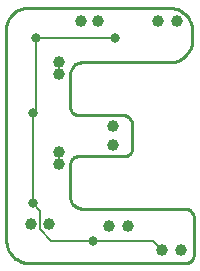
<source format=gbl>
G75*
%MOIN*%
%OFA0B0*%
%FSLAX24Y24*%
%IPPOS*%
%LPD*%
%AMOC8*
5,1,8,0,0,1.08239X$1,22.5*
%
%ADD10C,0.0100*%
%ADD11C,0.0397*%
%ADD12C,0.0317*%
%ADD13C,0.0060*%
D10*
X003142Y002517D02*
X008354Y002517D01*
X008354Y002516D02*
X008386Y002518D01*
X008418Y002523D01*
X008449Y002532D01*
X008479Y002545D01*
X008507Y002560D01*
X008534Y002579D01*
X008558Y002600D01*
X008579Y002624D01*
X008598Y002651D01*
X008613Y002679D01*
X008626Y002709D01*
X008635Y002740D01*
X008640Y002772D01*
X008642Y002804D01*
X008642Y004042D01*
X008641Y004041D02*
X008636Y004074D01*
X008628Y004107D01*
X008616Y004138D01*
X008601Y004168D01*
X008583Y004196D01*
X008562Y004222D01*
X008539Y004246D01*
X008513Y004268D01*
X008485Y004286D01*
X008455Y004301D01*
X008424Y004314D01*
X008392Y004323D01*
X008359Y004328D01*
X008325Y004330D01*
X008292Y004328D01*
X008292Y004329D02*
X004954Y004329D01*
X004917Y004328D01*
X004879Y004330D01*
X004842Y004336D01*
X004806Y004345D01*
X004770Y004358D01*
X004736Y004374D01*
X004703Y004392D01*
X004673Y004414D01*
X004644Y004439D01*
X004618Y004466D01*
X004594Y004495D01*
X004574Y004526D01*
X004556Y004559D01*
X004541Y004594D01*
X004530Y004630D01*
X004522Y004666D01*
X004517Y004704D01*
X004517Y005829D01*
X004522Y005861D01*
X004531Y005891D01*
X004543Y005920D01*
X004558Y005948D01*
X004576Y005974D01*
X004598Y005998D01*
X004621Y006019D01*
X004647Y006037D01*
X004675Y006053D01*
X004704Y006065D01*
X004735Y006074D01*
X004766Y006079D01*
X004798Y006081D01*
X004829Y006079D01*
X006292Y006079D01*
X006292Y006080D02*
X006323Y006078D01*
X006354Y006080D01*
X006385Y006085D01*
X006414Y006095D01*
X006443Y006107D01*
X006469Y006124D01*
X006494Y006143D01*
X006516Y006165D01*
X006535Y006189D01*
X006551Y006216D01*
X006564Y006244D01*
X006573Y006274D01*
X006579Y006305D01*
X006579Y006304D02*
X006579Y007103D01*
X006578Y007103D02*
X006580Y007136D01*
X006578Y007170D01*
X006572Y007203D01*
X006564Y007235D01*
X006551Y007267D01*
X006536Y007297D01*
X006517Y007325D01*
X006496Y007351D01*
X006472Y007374D01*
X006446Y007395D01*
X006417Y007413D01*
X006387Y007428D01*
X006356Y007440D01*
X006323Y007448D01*
X006290Y007453D01*
X006291Y007454D02*
X004756Y007454D01*
X004756Y007455D02*
X004726Y007460D01*
X004696Y007469D01*
X004668Y007480D01*
X004642Y007495D01*
X004617Y007513D01*
X004594Y007533D01*
X004574Y007556D01*
X004556Y007581D01*
X004542Y007608D01*
X004530Y007636D01*
X004522Y007665D01*
X004517Y007695D01*
X004515Y007726D01*
X004517Y007756D01*
X004517Y008804D01*
X004519Y008843D01*
X004525Y008882D01*
X004534Y008920D01*
X004547Y008957D01*
X004564Y008993D01*
X004584Y009026D01*
X004608Y009058D01*
X004634Y009087D01*
X004663Y009113D01*
X004695Y009137D01*
X004728Y009157D01*
X004764Y009174D01*
X004801Y009187D01*
X004839Y009196D01*
X004878Y009202D01*
X004917Y009204D01*
X007915Y009204D01*
X007969Y009212D01*
X008022Y009225D01*
X008074Y009241D01*
X008125Y009261D01*
X008174Y009284D01*
X008221Y009311D01*
X008267Y009341D01*
X008310Y009375D01*
X008350Y009411D01*
X008388Y009450D01*
X008423Y009492D01*
X008455Y009536D01*
X008484Y009583D01*
X008510Y009631D01*
X008531Y009681D01*
X008550Y009732D01*
X008564Y009785D01*
X008575Y009838D01*
X008582Y009892D01*
X008585Y009947D01*
X008584Y010001D01*
X008579Y010056D01*
X008579Y010216D01*
X008582Y010268D01*
X008581Y010321D01*
X008576Y010374D01*
X008567Y010426D01*
X008555Y010477D01*
X008539Y010528D01*
X008519Y010577D01*
X008496Y010625D01*
X008470Y010670D01*
X008440Y010714D01*
X008407Y010756D01*
X008372Y010795D01*
X008334Y010832D01*
X008293Y010865D01*
X008250Y010896D01*
X008205Y010924D01*
X008158Y010948D01*
X008109Y010969D01*
X008059Y010986D01*
X008008Y011000D01*
X007956Y011010D01*
X007903Y011016D01*
X007903Y011017D02*
X003017Y011017D01*
X003017Y011016D02*
X002965Y011010D01*
X002915Y010999D01*
X002865Y010985D01*
X002817Y010967D01*
X002770Y010946D01*
X002725Y010921D01*
X002681Y010893D01*
X002640Y010862D01*
X002602Y010827D01*
X002566Y010790D01*
X002533Y010751D01*
X002503Y010709D01*
X002476Y010664D01*
X002453Y010618D01*
X002433Y010571D01*
X002417Y010522D01*
X002404Y010472D01*
X002395Y010421D01*
X002390Y010370D01*
X002389Y010318D01*
X002392Y010267D01*
X002392Y003267D01*
X002394Y003213D01*
X002400Y003160D01*
X002409Y003108D01*
X002422Y003056D01*
X002439Y003005D01*
X002460Y002955D01*
X002484Y002908D01*
X002511Y002862D01*
X002542Y002818D01*
X002575Y002776D01*
X002612Y002737D01*
X002651Y002700D01*
X002693Y002667D01*
X002737Y002636D01*
X002783Y002609D01*
X002830Y002585D01*
X002880Y002564D01*
X002931Y002547D01*
X002983Y002534D01*
X003035Y002525D01*
X003088Y002519D01*
X003142Y002517D01*
D11*
X003204Y003829D03*
X003829Y003829D03*
X004142Y005829D03*
X004142Y006204D03*
X005954Y006454D03*
X005954Y007079D03*
X004142Y008829D03*
X004142Y009204D03*
X004892Y010579D03*
X005454Y010579D03*
X007454Y010579D03*
X008079Y010579D03*
X006454Y003767D03*
X005829Y003767D03*
X007579Y002954D03*
X008204Y002954D03*
D12*
X005267Y003267D03*
X003267Y004517D03*
X003267Y007517D03*
X003392Y010017D03*
X006017Y010017D03*
D13*
X003392Y010017D01*
X003392Y007642D01*
X003267Y007517D01*
X003267Y004517D01*
X003517Y004267D01*
X003517Y003642D01*
X003892Y003267D01*
X005267Y003267D01*
X007267Y003267D01*
X007579Y002954D01*
M02*

</source>
